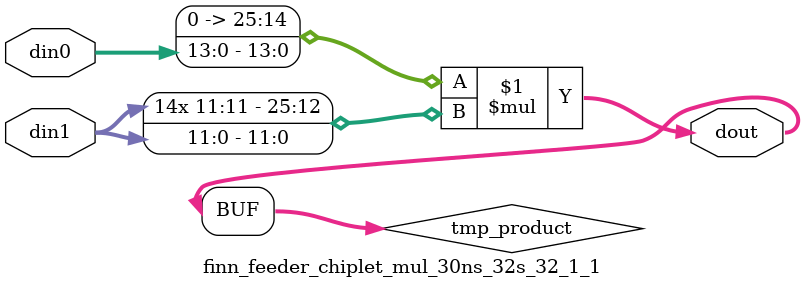
<source format=v>

`timescale 1 ns / 1 ps

  module finn_feeder_chiplet_mul_30ns_32s_32_1_1(din0, din1, dout);
parameter ID = 1;
parameter NUM_STAGE = 0;
parameter din0_WIDTH = 14;
parameter din1_WIDTH = 12;
parameter dout_WIDTH = 26;

input [din0_WIDTH - 1 : 0] din0; 
input [din1_WIDTH - 1 : 0] din1; 
output [dout_WIDTH - 1 : 0] dout;

wire signed [dout_WIDTH - 1 : 0] tmp_product;











assign tmp_product = $signed({1'b0, din0}) * $signed(din1);










assign dout = tmp_product;







endmodule

</source>
